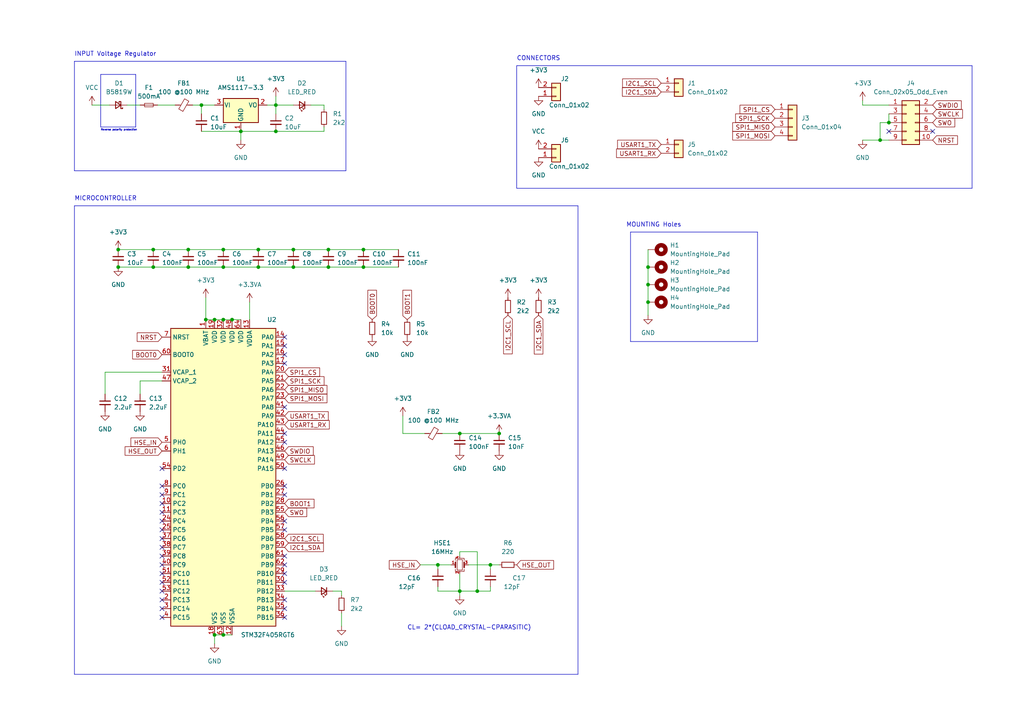
<source format=kicad_sch>
(kicad_sch (version 20230121) (generator eeschema)
  (paper "A4")
  (title_block (date "2022-05-06"))
  (lib_symbols
    (symbol "Connector_Generic:Conn_01x02" (pin_names (offset 1.016) hide)
      (property "Reference" "J" (at 0 2.54 0))
      (property "Value" "Conn_01x02" (at 0 -5.08 0))
      (symbol "Conn_01x02_1_1"
        (rectangle (start -1.27 -2.413) (end 0 -2.667) (stroke (width 0.1524)))
        (rectangle (start -1.27 0.127) (end 0 -0.127) (stroke (width 0.1524)))
        (rectangle (start -1.27 1.27) (end 1.27 -3.81) (stroke (width 0.254)) (fill (type background)))
        (pin passive line (at -5.08 0 0) (length 3.81) (name "Pin_1") (number "1"))
        (pin passive line (at -5.08 -2.54 0) (length 3.81) (name "Pin_2") (number "2"))
      )
    )
    (symbol "Connector_Generic:Conn_01x04" (pin_names (offset 1.016) hide)
      (property "Reference" "J" (at 0 5.08 0))
      (property "Value" "Conn_01x04" (at 0 -7.62 0))
      (symbol "Conn_01x04_1_1"
        (rectangle (start -1.27 -4.953) (end 0 -5.207) (stroke (width 0.1524)))
        (rectangle (start -1.27 -2.413) (end 0 -2.667) (stroke (width 0.1524)))
        (rectangle (start -1.27 0.127) (end 0 -0.127) (stroke (width 0.1524)))
        (rectangle (start -1.27 2.667) (end 0 2.413) (stroke (width 0.1524)))
        (rectangle (start -1.27 3.81) (end 1.27 -6.35) (stroke (width 0.254)) (fill (type background)))
        (pin passive line (at -5.08 2.54 0) (length 3.81) (name "Pin_1") (number "1"))
        (pin passive line (at -5.08 0 0) (length 3.81) (name "Pin_2") (number "2"))
        (pin passive line (at -5.08 -2.54 0) (length 3.81) (name "Pin_3") (number "3"))
        (pin passive line (at -5.08 -5.08 0) (length 3.81) (name "Pin_4") (number "4"))
      )
    )
    (symbol "Connector_Generic:Conn_02x05_Odd_Even" (pin_names (offset 1.016) hide)
      (property "Reference" "J" (at 1.27 7.62 0))
      (property "Value" "Conn_02x05_Odd_Even" (at 1.27 -7.62 0))
      (symbol "Conn_02x05_Odd_Even_1_1"
        (rectangle (start -1.27 -4.953) (end 0 -5.207) (stroke (width 0.1524)))
        (rectangle (start -1.27 -2.413) (end 0 -2.667) (stroke (width 0.1524)))
        (rectangle (start -1.27 0.127) (end 0 -0.127) (stroke (width 0.1524)))
        (rectangle (start -1.27 2.667) (end 0 2.413) (stroke (width 0.1524)))
        (rectangle (start -1.27 5.207) (end 0 4.953) (stroke (width 0.1524)))
        (rectangle (start -1.27 6.35) (end 3.81 -6.35) (stroke (width 0.254)) (fill (type background)))
        (rectangle (start 3.81 -4.953) (end 2.54 -5.207) (stroke (width 0.1524)))
        (rectangle (start 3.81 -2.413) (end 2.54 -2.667) (stroke (width 0.1524)))
        (rectangle (start 3.81 0.127) (end 2.54 -0.127) (stroke (width 0.1524)))
        (rectangle (start 3.81 2.667) (end 2.54 2.413) (stroke (width 0.1524)))
        (rectangle (start 3.81 5.207) (end 2.54 4.953) (stroke (width 0.1524)))
        (pin passive line (at -5.08 5.08 0) (length 3.81) (name "Pin_1") (number "1"))
        (pin passive line (at 7.62 -5.08 180) (length 3.81) (name "Pin_10") (number "10"))
        (pin passive line (at 7.62 5.08 180) (length 3.81) (name "Pin_2") (number "2"))
        (pin passive line (at -5.08 2.54 0) (length 3.81) (name "Pin_3") (number "3"))
        (pin passive line (at 7.62 2.54 180) (length 3.81) (name "Pin_4") (number "4"))
        (pin passive line (at -5.08 0 0) (length 3.81) (name "Pin_5") (number "5"))
        (pin passive line (at 7.62 0 180) (length 3.81) (name "Pin_6") (number "6"))
        (pin passive line (at -5.08 -2.54 0) (length 3.81) (name "Pin_7") (number "7"))
        (pin passive line (at 7.62 -2.54 180) (length 3.81) (name "Pin_8") (number "8"))
        (pin passive line (at -5.08 -5.08 0) (length 3.81) (name "Pin_9") (number "9"))
      )
    )
    (symbol "Device:C_Small" (pin_numbers hide) (pin_names (offset 0.254) hide)
      (property "Reference" "C" (at 0.254 1.778 0))
      (property "Value" "C_Small" (at 0.254 -2.032 0))
      (symbol "C_Small_0_1"
        (polyline (pts (xy -1.524 -0.508) (xy 1.524 -0.508)) (stroke (width 0.3302)))
        (polyline (pts (xy -1.524 0.508) (xy 1.524 0.508)) (stroke (width 0.3048)))
      )
      (symbol "C_Small_1_1"
        (pin passive line (at 0 2.54 270) (length 2.032) (name "~") (number "1"))
        (pin passive line (at 0 -2.54 90) (length 2.032) (name "~") (number "2"))
      )
    )
    (symbol "Device:Crystal_GND24_Small" (pin_names (offset 1.016) hide)
      (property "Reference" "Y" (at 1.27 4.445 0))
      (property "Value" "Crystal_GND24_Small" (at 1.27 2.54 0))
      (symbol "Crystal_GND24_Small_0_1"
        (rectangle (start -0.762 -1.524) (end 0.762 1.524))
        (polyline (pts (xy -1.27 -0.762) (xy -1.27 0.762)) (stroke (width 0.381)))
        (polyline (pts (xy 1.27 -0.762) (xy 1.27 0.762)) (stroke (width 0.381)))
        (polyline (pts (xy -1.27 -1.27) (xy -1.27 -1.905) (xy 1.27 -1.905) (xy 1.27 -1.27)))
        (polyline (pts (xy -1.27 1.27) (xy -1.27 1.905) (xy 1.27 1.905) (xy 1.27 1.27)))
      )
      (symbol "Crystal_GND24_Small_1_1"
        (pin passive line (at -2.54 0 0) (length 1.27) (name "1") (number "1"))
        (pin passive line (at 0 -2.54 90) (length 0.635) (name "2") (number "2"))
        (pin passive line (at 2.54 0 180) (length 1.27) (name "3") (number "3"))
        (pin passive line (at 0 2.54 270) (length 0.635) (name "4") (number "4"))
      )
    )
    (symbol "Device:D_Schottky_Small" (pin_numbers hide) (pin_names (offset 0.254) hide)
      (property "Reference" "D" (at -1.27 2.032 0))
      (property "Value" "D_Schottky_Small" (at -7.112 -2.032 0))
      (symbol "D_Schottky_Small_0_1"
        (polyline (pts (xy -0.762 0) (xy 0.762 0)))
        (polyline (pts (xy 0.762 -1.016) (xy -0.762 0) (xy 0.762 1.016) (xy 0.762 -1.016)) (stroke (width 0.254)))
        (polyline (pts (xy -1.27 0.762) (xy -1.27 1.016) (xy -0.762 1.016) (xy -0.762 -1.016) (xy -0.254 -1.016) (xy -0.254 -0.762)) (stroke (width 0.254)))
      )
      (symbol "D_Schottky_Small_1_1"
        (pin passive line (at -2.54 0 0) (length 1.778) (name "K") (number "1"))
        (pin passive line (at 2.54 0 180) (length 1.778) (name "A") (number "2"))
      )
    )
    (symbol "Device:FerriteBead_Small" (pin_numbers hide) (pin_names (offset 0))
      (property "Reference" "FB" (at 1.905 1.27 0))
      (property "Value" "FerriteBead_Small" (at 1.905 -1.27 0))
      (symbol "FerriteBead_Small_0_1"
        (polyline (pts (xy 0 -1.27) (xy 0 -0.7874)))
        (polyline (pts (xy 0 0.889) (xy 0 1.2954)))
        (polyline (pts (xy -1.8288 0.2794) (xy -1.1176 1.4986) (xy 1.8288 -0.2032) (xy 1.1176 -1.4224) (xy -1.8288 0.2794)))
      )
      (symbol "FerriteBead_Small_1_1"
        (pin passive line (at 0 2.54 270) (length 1.27) (name "~") (number "1"))
        (pin passive line (at 0 -2.54 90) (length 1.27) (name "~") (number "2"))
      )
    )
    (symbol "Device:Fuse_Small" (pin_numbers hide) (pin_names (offset 0.254) hide)
      (property "Reference" "F" (at 0 -1.524 0))
      (property "Value" "Fuse_Small" (at 0 1.524 0))
      (symbol "Fuse_Small_0_1"
        (rectangle (start -1.27 0.508) (end 1.27 -0.508))
        (polyline (pts (xy -1.27 0) (xy 1.27 0)))
      )
      (symbol "Fuse_Small_1_1"
        (pin passive line (at -2.54 0 0) (length 1.27) (name "~") (number "1"))
        (pin passive line (at 2.54 0 180) (length 1.27) (name "~") (number "2"))
      )
    )
    (symbol "Device:LED_Small" (pin_numbers hide) (pin_names (offset 0.254) hide)
      (property "Reference" "D" (at -1.27 3.175 0))
      (property "Value" "LED_Small" (at -4.445 -2.54 0))
      (symbol "LED_Small_0_1"
        (polyline (pts (xy -0.762 -1.016) (xy -0.762 1.016)) (stroke (width 0.254)))
        (polyline (pts (xy 1.016 0) (xy -0.762 0)))
        (polyline (pts (xy 0.762 -1.016) (xy -0.762 0) (xy 0.762 1.016) (xy 0.762 -1.016)) (stroke (width 0.254)))
        (polyline (pts (xy 0 0.762) (xy -0.508 1.27) (xy -0.254 1.27) (xy -0.508 1.27) (xy -0.508 1.016)))
        (polyline (pts (xy 0.508 1.27) (xy 0 1.778) (xy 0.254 1.778) (xy 0 1.778) (xy 0 1.524)))
      )
      (symbol "LED_Small_1_1"
        (pin passive line (at -2.54 0 0) (length 1.778) (name "K") (number "1"))
        (pin passive line (at 2.54 0 180) (length 1.778) (name "A") (number "2"))
      )
    )
    (symbol "Device:R_Small" (pin_numbers hide) (pin_names (offset 0.254) hide)
      (property "Reference" "R" (at 0.762 0.508 0))
      (property "Value" "R_Small" (at 0.762 -1.016 0))
      (symbol "R_Small_0_1"
        (rectangle (start -0.762 1.778) (end 0.762 -1.778) (stroke (width 0.2032)))
      )
      (symbol "R_Small_1_1"
        (pin passive line (at 0 2.54 270) (length 0.762) (name "~") (number "1"))
        (pin passive line (at 0 -2.54 90) (length 0.762) (name "~") (number "2"))
      )
    )
    (symbol "MCU_ST_STM32F4:STM32F405RGTx"
      (property "Reference" "U" (at -15.24 44.45 0))
      (property "Value" "STM32F405RGTx" (at 10.16 44.45 0))
      (symbol "STM32F405RGTx_0_1"
        (rectangle (start -15.24 -43.18) (end 15.24 43.18) (stroke (width 0.254)) (fill (type background)))
      )
      (symbol "STM32F405RGTx_1_1"
        (pin power_in line (at -5.08 45.72 270) (length 2.54) (name "VBAT") (number "1"))
        (pin bidirectional line (at -17.78 -7.62 0) (length 2.54) (name "PC2") (number "10"))
        (pin bidirectional line (at -17.78 -10.16 0) (length 2.54) (name "PC3") (number "11"))
        (pin power_in line (at 2.54 -45.72 90) (length 2.54) (name "VSSA") (number "12"))
        (pin power_in line (at 7.62 45.72 270) (length 2.54) (name "VDDA") (number "13"))
        (pin bidirectional line (at 17.78 40.64 180) (length 2.54) (name "PA0") (number "14"))
        (pin bidirectional line (at 17.78 38.1 180) (length 2.54) (name "PA1") (number "15"))
        (pin bidirectional line (at 17.78 35.56 180) (length 2.54) (name "PA2") (number "16"))
        (pin bidirectional line (at 17.78 33.02 180) (length 2.54) (name "PA3") (number "17"))
        (pin power_in line (at -2.54 -45.72 90) (length 2.54) (name "VSS") (number "18"))
        (pin power_in line (at -2.54 45.72 270) (length 2.54) (name "VDD") (number "19"))
        (pin bidirectional line (at -17.78 -35.56 0) (length 2.54) (name "PC13") (number "2"))
        (pin bidirectional line (at 17.78 30.48 180) (length 2.54) (name "PA4") (number "20"))
        (pin bidirectional line (at 17.78 27.94 180) (length 2.54) (name "PA5") (number "21"))
        (pin bidirectional line (at 17.78 25.4 180) (length 2.54) (name "PA6") (number "22"))
        (pin bidirectional line (at 17.78 22.86 180) (length 2.54) (name "PA7") (number "23"))
        (pin bidirectional line (at -17.78 -12.7 0) (length 2.54) (name "PC4") (number "24"))
        (pin bidirectional line (at -17.78 -15.24 0) (length 2.54) (name "PC5") (number "25"))
        (pin bidirectional line (at 17.78 -2.54 180) (length 2.54) (name "PB0") (number "26"))
        (pin bidirectional line (at 17.78 -5.08 180) (length 2.54) (name "PB1") (number "27"))
        (pin bidirectional line (at 17.78 -7.62 180) (length 2.54) (name "PB2") (number "28"))
        (pin bidirectional line (at 17.78 -27.94 180) (length 2.54) (name "PB10") (number "29"))
        (pin bidirectional line (at -17.78 -38.1 0) (length 2.54) (name "PC14") (number "3"))
        (pin bidirectional line (at 17.78 -30.48 180) (length 2.54) (name "PB11") (number "30"))
        (pin power_in line (at -17.78 30.48 0) (length 2.54) (name "VCAP_1") (number "31"))
        (pin power_in line (at 0 45.72 270) (length 2.54) (name "VDD") (number "32"))
        (pin bidirectional line (at 17.78 -33.02 180) (length 2.54) (name "PB12") (number "33"))
        (pin bidirectional line (at 17.78 -35.56 180) (length 2.54) (name "PB13") (number "34"))
        (pin bidirectional line (at 17.78 -38.1 180) (length 2.54) (name "PB14") (number "35"))
        (pin bidirectional line (at 17.78 -40.64 180) (length 2.54) (name "PB15") (number "36"))
        (pin bidirectional line (at -17.78 -17.78 0) (length 2.54) (name "PC6") (number "37"))
        (pin bidirectional line (at -17.78 -20.32 0) (length 2.54) (name "PC7") (number "38"))
        (pin bidirectional line (at -17.78 -22.86 0) (length 2.54) (name "PC8") (number "39"))
        (pin bidirectional line (at -17.78 -40.64 0) (length 2.54) (name "PC15") (number "4"))
        (pin bidirectional line (at -17.78 -25.4 0) (length 2.54) (name "PC9") (number "40"))
        (pin bidirectional line (at 17.78 20.32 180) (length 2.54) (name "PA8") (number "41"))
        (pin bidirectional line (at 17.78 17.78 180) (length 2.54) (name "PA9") (number "42"))
        (pin bidirectional line (at 17.78 15.24 180) (length 2.54) (name "PA10") (number "43"))
        (pin bidirectional line (at 17.78 12.7 180) (length 2.54) (name "PA11") (number "44"))
        (pin bidirectional line (at 17.78 10.16 180) (length 2.54) (name "PA12") (number "45"))
        (pin bidirectional line (at 17.78 7.62 180) (length 2.54) (name "PA13") (number "46"))
        (pin power_in line (at -17.78 27.94 0) (length 2.54) (name "VCAP_2") (number "47"))
        (pin power_in line (at 2.54 45.72 270) (length 2.54) (name "VDD") (number "48"))
        (pin bidirectional line (at 17.78 5.08 180) (length 2.54) (name "PA14") (number "49"))
        (pin input line (at -17.78 10.16 0) (length 2.54) (name "PH0") (number "5"))
        (pin bidirectional line (at 17.78 2.54 180) (length 2.54) (name "PA15") (number "50"))
        (pin bidirectional line (at -17.78 -27.94 0) (length 2.54) (name "PC10") (number "51"))
        (pin bidirectional line (at -17.78 -30.48 0) (length 2.54) (name "PC11") (number "52"))
        (pin bidirectional line (at -17.78 -33.02 0) (length 2.54) (name "PC12") (number "53"))
        (pin bidirectional line (at -17.78 2.54 0) (length 2.54) (name "PD2") (number "54"))
        (pin bidirectional line (at 17.78 -10.16 180) (length 2.54) (name "PB3") (number "55"))
        (pin bidirectional line (at 17.78 -12.7 180) (length 2.54) (name "PB4") (number "56"))
        (pin bidirectional line (at 17.78 -15.24 180) (length 2.54) (name "PB5") (number "57"))
        (pin bidirectional line (at 17.78 -17.78 180) (length 2.54) (name "PB6") (number "58"))
        (pin bidirectional line (at 17.78 -20.32 180) (length 2.54) (name "PB7") (number "59"))
        (pin input line (at -17.78 7.62 0) (length 2.54) (name "PH1") (number "6"))
        (pin input line (at -17.78 35.56 0) (length 2.54) (name "BOOT0") (number "60"))
        (pin bidirectional line (at 17.78 -22.86 180) (length 2.54) (name "PB8") (number "61"))
        (pin bidirectional line (at 17.78 -25.4 180) (length 2.54) (name "PB9") (number "62"))
        (pin power_in line (at 0 -45.72 90) (length 2.54) (name "VSS") (number "63"))
        (pin power_in line (at 5.08 45.72 270) (length 2.54) (name "VDD") (number "64"))
        (pin input line (at -17.78 40.64 0) (length 2.54) (name "NRST") (number "7"))
        (pin bidirectional line (at -17.78 -2.54 0) (length 2.54) (name "PC0") (number "8"))
        (pin bidirectional line (at -17.78 -5.08 0) (length 2.54) (name "PC1") (number "9"))
      )
    )
    (symbol "Mechanical:MountingHole_Pad" (pin_numbers hide) (pin_names (offset 1.016) hide)
      (property "Reference" "H" (at 0 6.35 0))
      (property "Value" "MountingHole_Pad" (at 0 4.445 0))
      (symbol "MountingHole_Pad_0_1"
        (circle (center 0 1.27) (radius 1.27) (stroke (width 1.27)))
      )
      (symbol "MountingHole_Pad_1_1"
        (pin input line (at 0 -2.54 90) (length 2.54) (name "1") (number "1"))
      )
    )
    (symbol "Regulator_Linear:AMS1117-3.3" (pin_names (offset 0.254))
      (property "Reference" "U" (at -3.81 3.175 0))
      (property "Value" "AMS1117-3.3" (at 0 3.175 0))
      (symbol "AMS1117-3.3_0_1"
        (rectangle (start -5.08 -5.08) (end 5.08 1.905) (stroke (width 0.254)) (fill (type background)))
      )
      (symbol "AMS1117-3.3_1_1"
        (pin power_in line (at 0 -7.62 90) (length 2.54) (name "GND") (number "1"))
        (pin power_out line (at 7.62 0 180) (length 2.54) (name "VO") (number "2"))
        (pin power_in line (at -7.62 0 0) (length 2.54) (name "VI") (number "3"))
      )
    )
    (symbol "power:+3.3V" (power) (pin_names (offset 0))
      (property "Value" "+3.3V" (at 0 3.556 0))
      (symbol "+3.3V_0_1"
        (polyline (pts (xy -0.762 1.27) (xy 0 2.54)))
        (polyline (pts (xy 0 0) (xy 0 2.54)))
        (polyline (pts (xy 0 2.54) (xy 0.762 1.27)))
      )
      (symbol "+3.3V_1_1"
        (pin power_in line (at 0 0 90) (length 0) hide (name "+3V3") (number "1"))
      )
    )
    (symbol "power:+3.3VA" (power) (pin_names (offset 0))
      (property "Value" "+3.3VA" (at 0 3.556 0))
      (symbol "+3.3VA_0_1"
        (polyline (pts (xy -0.762 1.27) (xy 0 2.54)))
        (polyline (pts (xy 0 0) (xy 0 2.54)))
        (polyline (pts (xy 0 2.54) (xy 0.762 1.27)))
      )
      (symbol "+3.3VA_1_1"
        (pin power_in line (at 0 0 90) (length 0) hide (name "+3.3VA") (number "1"))
      )
    )
    (symbol "power:GND" (power) (pin_names (offset 0))
      (property "Value" "GND" (at 0 -3.81 0))
      (symbol "GND_0_1"
        (polyline (pts (xy 0 0) (xy 0 -1.27) (xy 1.27 -1.27) (xy 0 -2.54) (xy -1.27 -1.27) (xy 0 -1.27)))
      )
      (symbol "GND_1_1"
        (pin power_in line (at 0 0 270) (length 0) hide (name "GND") (number "1"))
      )
    )
    (symbol "power:VCC" (power) (pin_names (offset 0))
      (property "Value" "VCC" (at 0 3.81 0))
      (symbol "VCC_0_1"
        (polyline (pts (xy -0.762 1.27) (xy 0 2.54)))
        (polyline (pts (xy 0 0) (xy 0 2.54)))
        (polyline (pts (xy 0 2.54) (xy 0.762 1.27)))
      )
      (symbol "VCC_1_1"
        (pin power_in line (at 0 0 90) (length 0) hide (name "VCC") (number "1"))
      )
    )
  )
  (junction (at 54.61 77.47))
  (junction (at 80.01 38.1))
  (junction (at 62.23 92.71))
  (junction (at 105.41 77.47))
  (junction (at 34.29 77.47))
  (junction (at 95.25 72.39))
  (junction (at 74.93 77.47))
  (junction (at 95.25 77.47))
  (junction (at 133.35 171.45))
  (junction (at 127 163.83))
  (junction (at 69.85 38.1))
  (junction (at 54.61 72.39))
  (junction (at 138.43 171.45))
  (junction (at 64.77 92.71))
  (junction (at 44.45 72.39))
  (junction (at 255.27 40.64))
  (junction (at 74.93 72.39))
  (junction (at 187.96 82.55))
  (junction (at 105.41 72.39))
  (junction (at 62.23 184.15))
  (junction (at 257.81 35.56))
  (junction (at 133.35 125.73))
  (junction (at 64.77 72.39))
  (junction (at 59.69 92.71))
  (junction (at 64.77 77.47))
  (junction (at 67.31 92.71))
  (junction (at 142.24 163.83))
  (junction (at 187.96 77.47))
  (junction (at 58.42 30.48))
  (junction (at 85.09 72.39))
  (junction (at 34.29 72.39))
  (junction (at 44.45 77.47))
  (junction (at 64.77 184.15))
  (junction (at 187.96 87.63))
  (junction (at 85.09 77.47))
  (junction (at 144.78 125.73))
  (junction (at 80.01 30.48))
  (no_connect (at 82.55 179.07))
  (no_connect (at 82.55 176.53))
  (no_connect (at 82.55 168.91))
  (no_connect (at 82.55 173.99))
  (no_connect (at 82.55 163.83))
  (no_connect (at 82.55 161.29))
  (no_connect (at 82.55 166.37))
  (no_connect (at 82.55 143.51))
  (no_connect (at 82.55 135.89))
  (no_connect (at 82.55 140.97))
  (no_connect (at 82.55 153.67))
  (no_connect (at 82.55 151.13))
  (no_connect (at 82.55 125.73))
  (no_connect (at 82.55 128.27))
  (no_connect (at 82.55 118.11))
  (no_connect (at 82.55 105.41))
  (no_connect (at 82.55 100.33))
  (no_connect (at 82.55 102.87))
  (no_connect (at 82.55 97.79))
  (no_connect (at 46.99 176.53))
  (no_connect (at 46.99 179.07))
  (no_connect (at 46.99 171.45))
  (no_connect (at 46.99 173.99))
  (no_connect (at 46.99 161.29))
  (no_connect (at 46.99 166.37))
  (no_connect (at 46.99 168.91))
  (no_connect (at 46.99 163.83))
  (no_connect (at 46.99 158.75))
  (no_connect (at 46.99 153.67))
  (no_connect (at 46.99 148.59))
  (no_connect (at 46.99 151.13))
  (no_connect (at 46.99 156.21))
  (no_connect (at 46.99 135.89))
  (no_connect (at 46.99 146.05))
  (no_connect (at 46.99 143.51))
  (no_connect (at 46.99 140.97))
  (no_connect (at 257.81 38.1))
  (no_connect (at 270.51 38.1))
  (wire (pts (xy 40.64 110.49) (xy 40.64 114.3)))
  (wire (pts (xy 58.42 38.1) (xy 69.85 38.1)))
  (polyline (pts (xy 182.88 67.31) (xy 182.88 99.06)))
  (polyline (pts (xy 29.21 21.59) (xy 29.21 36.83)))
  (wire (pts (xy 138.43 171.45) (xy 142.24 171.45)))
  (wire (pts (xy 121.92 163.83) (xy 127 163.83)))
  (polyline (pts (xy 281.94 19.05) (xy 281.94 54.61)))
  (wire (pts (xy 257.81 35.56) (xy 255.27 35.56)))
  (wire (pts (xy 250.19 40.64) (xy 255.27 40.64)))
  (wire (pts (xy 142.24 165.1) (xy 142.24 163.83)))
  (wire (pts (xy 26.67 30.48) (xy 31.75 30.48)))
  (wire (pts (xy 99.06 171.45) (xy 99.06 172.72)))
  (wire (pts (xy 187.96 77.47) (xy 187.96 72.39)))
  (wire (pts (xy 80.01 27.94) (xy 80.01 30.48)))
  (wire (pts (xy 69.85 40.64) (xy 69.85 38.1)))
  (wire (pts (xy 85.09 30.48) (xy 80.01 30.48)))
  (wire (pts (xy 93.98 30.48) (xy 93.98 31.75)))
  (wire (pts (xy 74.93 72.39) (xy 85.09 72.39)))
  (wire (pts (xy 123.19 125.73) (xy 116.84 125.73)))
  (wire (pts (xy 133.35 172.72) (xy 133.35 171.45)))
  (polyline (pts (xy 281.94 54.61) (xy 149.86 54.61)))
  (wire (pts (xy 58.42 30.48) (xy 62.23 30.48)))
  (wire (pts (xy 187.96 91.44) (xy 187.96 87.63)))
  (wire (pts (xy 257.81 33.02) (xy 257.81 35.56)))
  (wire (pts (xy 127 170.18) (xy 127 171.45)))
  (wire (pts (xy 64.77 184.15) (xy 67.31 184.15)))
  (wire (pts (xy 77.47 30.48) (xy 80.01 30.48)))
  (wire (pts (xy 64.77 72.39) (xy 74.93 72.39)))
  (wire (pts (xy 133.35 161.29) (xy 133.35 160.02)))
  (polyline (pts (xy 21.59 59.69) (xy 21.59 195.58)))
  (wire (pts (xy 54.61 72.39) (xy 64.77 72.39)))
  (wire (pts (xy 127 171.45) (xy 133.35 171.45)))
  (wire (pts (xy 96.52 171.45) (xy 99.06 171.45)))
  (wire (pts (xy 58.42 33.02) (xy 58.42 30.48)))
  (wire (pts (xy 54.61 77.47) (xy 64.77 77.47)))
  (wire (pts (xy 250.19 30.48) (xy 257.81 30.48)))
  (wire (pts (xy 128.27 125.73) (xy 133.35 125.73)))
  (wire (pts (xy 80.01 38.1) (xy 69.85 38.1)))
  (wire (pts (xy 187.96 87.63) (xy 187.96 82.55)))
  (wire (pts (xy 255.27 40.64) (xy 257.81 40.64)))
  (wire (pts (xy 93.98 38.1) (xy 93.98 36.83)))
  (polyline (pts (xy 167.64 59.69) (xy 21.59 59.69)))
  (wire (pts (xy 69.85 92.71) (xy 67.31 92.71)))
  (wire (pts (xy 62.23 184.15) (xy 62.23 186.69)))
  (polyline (pts (xy 167.64 195.58) (xy 167.64 59.69)))
  (wire (pts (xy 85.09 77.47) (xy 95.25 77.47)))
  (wire (pts (xy 67.31 92.71) (xy 64.77 92.71)))
  (polyline (pts (xy 100.33 17.78) (xy 100.33 49.53)))
  (wire (pts (xy 142.24 171.45) (xy 142.24 170.18)))
  (polyline (pts (xy 29.21 21.59) (xy 39.37 21.59)))
  (wire (pts (xy 74.93 77.47) (xy 85.09 77.47)))
  (wire (pts (xy 187.96 82.55) (xy 187.96 77.47)))
  (wire (pts (xy 127 165.1) (xy 127 163.83)))
  (wire (pts (xy 55.88 30.48) (xy 58.42 30.48)))
  (polyline (pts (xy 149.86 19.05) (xy 281.94 19.05)))
  (wire (pts (xy 142.24 163.83) (xy 144.78 163.83)))
  (wire (pts (xy 105.41 72.39) (xy 115.57 72.39)))
  (polyline (pts (xy 21.59 17.78) (xy 100.33 17.78)))
  (wire (pts (xy 127 163.83) (xy 130.81 163.83)))
  (wire (pts (xy 46.99 107.95) (xy 30.48 107.95)))
  (polyline (pts (xy 219.71 99.06) (xy 182.88 99.06)))
  (wire (pts (xy 138.43 160.02) (xy 138.43 171.45)))
  (wire (pts (xy 105.41 77.47) (xy 115.57 77.47)))
  (wire (pts (xy 85.09 72.39) (xy 95.25 72.39)))
  (polyline (pts (xy 39.37 21.59) (xy 39.37 36.83)))
  (wire (pts (xy 62.23 92.71) (xy 59.69 92.71)))
  (wire (pts (xy 250.19 29.21) (xy 250.19 30.48)))
  (wire (pts (xy 64.77 92.71) (xy 62.23 92.71)))
  (wire (pts (xy 34.29 72.39) (xy 44.45 72.39)))
  (wire (pts (xy 95.25 72.39) (xy 105.41 72.39)))
  (wire (pts (xy 82.55 171.45) (xy 91.44 171.45)))
  (wire (pts (xy 46.99 110.49) (xy 40.64 110.49)))
  (wire (pts (xy 44.45 77.47) (xy 54.61 77.47)))
  (wire (pts (xy 133.35 160.02) (xy 138.43 160.02)))
  (wire (pts (xy 64.77 77.47) (xy 74.93 77.47)))
  (polyline (pts (xy 21.59 49.53) (xy 21.59 17.78)))
  (wire (pts (xy 62.23 184.15) (xy 64.77 184.15)))
  (polyline (pts (xy 182.88 67.31) (xy 219.71 67.31)))
  (wire (pts (xy 116.84 120.65) (xy 116.84 125.73)))
  (wire (pts (xy 34.29 77.47) (xy 44.45 77.47)))
  (wire (pts (xy 45.72 30.48) (xy 50.8 30.48)))
  (wire (pts (xy 30.48 107.95) (xy 30.48 114.3)))
  (polyline (pts (xy 100.33 49.53) (xy 21.59 49.53)))
  (polyline (pts (xy 21.59 195.58) (xy 167.64 195.58)))
  (wire (pts (xy 95.25 77.47) (xy 105.41 77.47)))
  (polyline (pts (xy 219.71 67.31) (xy 219.71 99.06)))
  (wire (pts (xy 44.45 72.39) (xy 54.61 72.39)))
  (wire (pts (xy 80.01 38.1) (xy 93.98 38.1)))
  (wire (pts (xy 133.35 125.73) (xy 144.78 125.73)))
  (polyline (pts (xy 39.37 36.83) (xy 29.21 36.83)))
  (wire (pts (xy 90.17 30.48) (xy 93.98 30.48)))
  (wire (pts (xy 133.35 166.37) (xy 133.35 171.45)))
  (wire (pts (xy 99.06 177.8) (xy 99.06 181.61)))
  (wire (pts (xy 133.35 171.45) (xy 138.43 171.45)))
  (polyline (pts (xy 149.86 19.05) (xy 149.86 54.61)))
  (wire (pts (xy 255.27 35.56) (xy 255.27 40.64)))
  (wire (pts (xy 72.39 87.63) (xy 72.39 92.71)))
  (wire (pts (xy 135.89 163.83) (xy 142.24 163.83)))
  (wire (pts (xy 59.69 86.36) (xy 59.69 92.71)))
  (wire (pts (xy 80.01 30.48) (xy 80.01 33.02)))
  (wire (pts (xy 36.83 30.48) (xy 40.64 30.48)))
  (text "INPUT Voltage Regulator" (at 21.59 16.51 0) (effects (font (size 1.27 1.27)) (justify left bottom)))
  (text "CL= 2*(CLOAD_CRYSTAL-CPARASITIC)\n" (at 118.11 182.88 0) (effects (font (size 1.27 1.27)) (justify left bottom)))
  (text "CONNECTORS" (at 149.86 17.78 0) (effects (font (size 1.27 1.27)) (justify left bottom)))
  (text "MOUNTING Holes\n" (at 181.61 66.04 0) (effects (font (size 1.27 1.27)) (justify left bottom)))
  (text "Reverse polarity protection" (at 29.21 38.1 0) (effects (font (size 0.508 0.508)) (justify left bottom)))
  (text "MICROCONTROLLER\n" (at 21.59 58.42 0) (effects (font (size 1.27 1.27)) (justify left bottom)))
  (global_label "I2C1_SCL" (shape input) (at 147.32 91.44 270) (property "Intersheetrefs" "${INTERSHEET_REFS}" (effects hide)))
  (global_label "SWDIO" (shape input) (at 270.51 30.48 0) (property "Intersheetrefs" "${INTERSHEET_REFS}" (effects hide)))
  (global_label "SWDIO" (shape input) (at 82.55 130.81 0) (property "Intersheetrefs" "${INTERSHEET_REFS}" (effects hide)))
  (global_label "SWO" (shape input) (at 270.51 35.56 0) (property "Intersheetrefs" "${INTERSHEET_REFS}" (effects hide)))
  (global_label "SPI1_MOSI" (shape input) (at 82.55 115.57 0) (property "Intersheetrefs" "${INTERSHEET_REFS}" (effects hide)))
  (global_label "BOOT1" (shape input) (at 82.55 146.05 0) (property "Intersheetrefs" "${INTERSHEET_REFS}" (effects hide)))
  (global_label "I2C1_SDA" (shape input) (at 191.77 26.67 180) (property "Intersheetrefs" "${INTERSHEET_REFS}" (effects hide)))
  (global_label "USART1_TX" (shape input) (at 82.55 120.65 0) (property "Intersheetrefs" "${INTERSHEET_REFS}" (effects hide)))
  (global_label "I2C1_SDA" (shape input) (at 156.21 91.44 270) (property "Intersheetrefs" "${INTERSHEET_REFS}" (effects hide)))
  (global_label "I2C1_SCL" (shape input) (at 82.55 156.21 0) (property "Intersheetrefs" "${INTERSHEET_REFS}" (effects hide)))
  (global_label "HSE_OUT" (shape input) (at 46.99 130.81 180) (property "Intersheetrefs" "${INTERSHEET_REFS}" (effects hide)))
  (global_label "USART1_RX" (shape input) (at 82.55 123.19 0) (property "Intersheetrefs" "${INTERSHEET_REFS}" (effects hide)))
  (global_label "SPI1_MISO" (shape input) (at 82.55 113.03 0) (property "Intersheetrefs" "${INTERSHEET_REFS}" (effects hide)))
  (global_label "USART1_TX" (shape input) (at 191.77 41.91 180) (property "Intersheetrefs" "${INTERSHEET_REFS}" (effects hide)))
  (global_label "BOOT0" (shape input) (at 107.95 92.71 90) (property "Intersheetrefs" "${INTERSHEET_REFS}" (effects hide)))
  (global_label "I2C1_SCL" (shape input) (at 191.77 24.13 180) (property "Intersheetrefs" "${INTERSHEET_REFS}" (effects hide)))
  (global_label "SWO" (shape input) (at 82.55 148.59 0) (property "Intersheetrefs" "${INTERSHEET_REFS}" (effects hide)))
  (global_label "HSE_IN" (shape input) (at 46.99 128.27 180) (property "Intersheetrefs" "${INTERSHEET_REFS}" (effects hide)))
  (global_label "USART1_RX" (shape input) (at 191.77 44.45 180) (property "Intersheetrefs" "${INTERSHEET_REFS}" (effects hide)))
  (global_label "SPI1_SCK" (shape input) (at 82.55 110.49 0) (property "Intersheetrefs" "${INTERSHEET_REFS}" (effects hide)))
  (global_label "SPI1_CS" (shape input) (at 82.55 107.95 0) (property "Intersheetrefs" "${INTERSHEET_REFS}" (effects hide)))
  (global_label "SPI1_MOSI" (shape input) (at 224.79 39.37 180) (property "Intersheetrefs" "${INTERSHEET_REFS}" (effects hide)))
  (global_label "HSE_OUT" (shape input) (at 149.86 163.83 0) (property "Intersheetrefs" "${INTERSHEET_REFS}" (effects hide)))
  (global_label "SPI1_MISO" (shape input) (at 224.79 36.83 180) (property "Intersheetrefs" "${INTERSHEET_REFS}" (effects hide)))
  (global_label "SPI1_CS" (shape input) (at 224.79 31.75 180) (property "Intersheetrefs" "${INTERSHEET_REFS}" (effects hide)))
  (global_label "SPI1_SCK" (shape input) (at 224.79 34.29 180) (property "Intersheetrefs" "${INTERSHEET_REFS}" (effects hide)))
  (global_label "BOOT0" (shape input) (at 46.99 102.87 180) (property "Intersheetrefs" "${INTERSHEET_REFS}" (effects hide)))
  (global_label "BOOT1" (shape input) (at 118.11 92.71 90) (property "Intersheetrefs" "${INTERSHEET_REFS}" (effects hide)))
  (global_label "HSE_IN" (shape input) (at 121.92 163.83 180) (property "Intersheetrefs" "${INTERSHEET_REFS}" (effects hide)))
  (global_label "I2C1_SDA" (shape input) (at 82.55 158.75 0) (property "Intersheetrefs" "${INTERSHEET_REFS}" (effects hide)))
  (global_label "SWCLK" (shape input) (at 82.55 133.35 0) (property "Intersheetrefs" "${INTERSHEET_REFS}" (effects hide)))
  (global_label "NRST" (shape input) (at 270.51 40.64 0) (property "Intersheetrefs" "${INTERSHEET_REFS}" (effects hide)))
  (global_label "NRST" (shape input) (at 46.99 97.79 180) (property "Intersheetrefs" "${INTERSHEET_REFS}" (effects hide)))
  (global_label "SWCLK" (shape input) (at 270.51 33.02 0) (property "Intersheetrefs" "${INTERSHEET_REFS}" (effects hide)))
  (symbol (lib_id "power:VCC") (at 156.21 43.18 0) (unit 1)
    (property "Reference" "#PWR08" (effects hide))
    (property "Value" "VCC" (at 156.21 38.1 0))
  )
  (symbol (lib_id "power:GND") (at 133.35 172.72 0) (unit 1)
    (property "Reference" "#PWR025" (effects hide))
    (property "Value" "GND" (at 133.35 177.8 0))
  )
  (symbol (lib_id "Device:LED_Small") (at 93.98 171.45 180) (unit 1)
    (property "Reference" "D3" (at 93.9165 165.1 0))
    (property "Value" "LED_RED" (at 93.9165 167.64 0))
    (property "Footprint" "LED_SMD:LED_0201_0603Metric" (effects hide))
  )
  (symbol (lib_id "Device:C_Small") (at 64.77 74.93 0) (unit 1)
    (property "Reference" "C6" (at 67.31 73.6662 0) (effects (justify left)))
    (property "Value" "100nF" (at 67.31 76.2062 0) (effects (justify left)))
    (property "Footprint" "Capacitor_SMD:C_0402_1005Metric" (effects hide))
  )
  (symbol (lib_id "Device:R_Small") (at 147.32 163.83 270) (unit 1)
    (property "Reference" "R6" (at 147.32 157.48 90))
    (property "Value" "220" (at 147.32 160.02 90))
    (property "Footprint" "Resistor_SMD:R_0402_1005Metric" (effects hide))
  )
  (symbol (lib_id "power:GND") (at 40.64 119.38 0) (unit 1)
    (property "Reference" "#PWR020" (effects hide))
    (property "Value" "GND" (at 40.64 124.46 0))
  )
  (symbol (lib_id "Device:R_Small") (at 99.06 175.26 0) (unit 1)
    (property "Reference" "R7" (at 101.6 173.9899 0) (effects (justify left)))
    (property "Value" "2k2" (at 101.6 176.53 0) (effects (justify left)))
    (property "Footprint" "Resistor_SMD:R_0603_1608Metric" (effects hide))
  )
  (symbol (lib_id "Device:C_Small") (at 58.42 35.56 0) (unit 1)
    (property "Reference" "C1" (at 60.96 34.2962 0) (effects (justify left)))
    (property "Value" "10uF" (at 60.96 36.8362 0) (effects (justify left)))
    (property "Footprint" "Capacitor_SMD:C_0805_2012Metric" (effects hide))
  )
  (symbol (lib_id "power:GND") (at 156.21 27.94 0) (unit 1)
    (property "Reference" "#PWR03" (effects hide))
    (property "Value" "GND" (at 156.21 33.02 0))
  )
  (symbol (lib_id "Mechanical:MountingHole_Pad") (at 190.5 77.47 270) (unit 1)
    (property "Reference" "H2" (at 194.31 76.1999 90) (effects (justify left)))
    (property "Value" "MountingHole_Pad" (at 194.31 78.7399 90) (effects (justify left)))
    (property "Footprint" "MountingHole:MountingHole_4.3mm_M4_Pad_Via" (effects hide))
  )
  (symbol (lib_id "Device:C_Small") (at 40.64 116.84 0) (unit 1)
    (property "Reference" "C13" (at 43.18 115.5762 0) (effects (justify left)))
    (property "Value" "2.2uF" (at 43.18 118.1162 0) (effects (justify left)))
    (property "Footprint" "Capacitor_SMD:C_0603_1608Metric" (effects hide))
  )
  (symbol (lib_id "Device:R_Small") (at 147.32 88.9 0) (unit 1)
    (property "Reference" "R2" (at 149.86 87.6299 0) (effects (justify left)))
    (property "Value" "2k2" (at 149.86 90.17 0) (effects (justify left)))
    (property "Footprint" "Resistor_SMD:R_0402_1005Metric" (effects hide))
  )
  (symbol (lib_id "Device:R_Small") (at 156.21 88.9 0) (unit 1)
    (property "Reference" "R3" (at 158.75 87.6299 0) (effects (justify left)))
    (property "Value" "2k2" (at 158.75 90.17 0) (effects (justify left)))
    (property "Footprint" "Resistor_SMD:R_0402_1005Metric" (effects hide))
  )
  (symbol (lib_id "Connector_Generic:Conn_02x05_Odd_Even") (at 262.89 35.56 0) (unit 1)
    (property "Reference" "J4" (at 264.16 24.13 0))
    (property "Value" "Conn_02x05_Odd_Even" (at 264.16 26.67 0))
    (property "Footprint" "Connector_PinHeader_1.27mm:PinHeader_2x05_P1.27mm_Vertical_SMD" (effects hide))
  )
  (symbol (lib_id "power:GND") (at 118.11 97.79 0) (unit 1)
    (property "Reference" "#PWR018" (effects hide))
    (property "Value" "GND" (at 118.11 102.87 0))
  )
  (symbol (lib_id "Device:C_Small") (at 142.24 167.64 0) (unit 1)
    (property "Reference" "C17" (at 148.59 167.64 0) (effects (justify left)))
    (property "Value" "12pF" (at 146.05 170.18 0) (effects (justify left)))
    (property "Footprint" "Capacitor_SMD:C_0402_1005Metric" (effects hide))
  )
  (symbol (lib_id "Connector_Generic:Conn_01x04") (at 229.87 34.29 0) (unit 1)
    (property "Reference" "J3" (at 232.41 34.2899 0) (effects (justify left)))
    (property "Value" "Conn_01x04" (at 232.41 36.8299 0) (effects (justify left)))
    (property "Footprint" "Connector_PinHeader_2.54mm:PinHeader_1x04_P2.54mm_Vertical" (effects hide))
  )
  (symbol (lib_id "power:+3.3V") (at 59.69 86.36 0) (unit 1)
    (property "Reference" "#PWR012" (effects hide))
    (property "Value" "+3.3V" (at 59.69 81.28 0))
  )
  (symbol (lib_id "power:+3.3V") (at 80.01 27.94 0) (unit 1)
    (property "Reference" "#PWR02" (effects hide))
    (property "Value" "+3.3V" (at 80.01 22.86 0))
  )
  (symbol (lib_id "Device:C_Small") (at 80.01 35.56 0) (unit 1)
    (property "Reference" "C2" (at 82.55 34.2962 0) (effects (justify left)))
    (property "Value" "10uF" (at 82.55 36.8362 0) (effects (justify left)))
    (property "Footprint" "Capacitor_SMD:C_0805_2012Metric" (effects hide))
  )
  (symbol (lib_id "power:GND") (at 187.96 91.44 0) (unit 1)
    (property "Reference" "#PWR016" (effects hide))
    (property "Value" "GND" (at 187.96 96.52 0))
  )
  (symbol (lib_id "Device:C_Small") (at 54.61 74.93 0) (unit 1)
    (property "Reference" "C5" (at 57.15 73.6662 0) (effects (justify left)))
    (property "Value" "100nF" (at 57.15 76.2062 0) (effects (justify left)))
    (property "Footprint" "Capacitor_SMD:C_0402_1005Metric" (effects hide))
  )
  (symbol (lib_id "power:GND") (at 144.78 130.81 0) (unit 1)
    (property "Reference" "#PWR024" (effects hide))
    (property "Value" "GND" (at 144.78 135.89 0))
  )
  (symbol (lib_id "power:+3.3VA") (at 144.78 125.73 0) (unit 1)
    (property "Reference" "#PWR022" (effects hide))
    (property "Value" "+3.3VA" (at 144.78 120.65 0))
  )
  (symbol (lib_id "Device:FerriteBead_Small") (at 53.34 30.48 90) (unit 1)
    (property "Reference" "FB1" (at 53.3019 24.13 90))
    (property "Value" "100 @100 MHz" (at 53.3019 26.67 90))
    (property "Footprint" "Inductor_SMD:L_0805_2012Metric" (effects hide))
  )
  (symbol (lib_id "Device:R_Small") (at 93.98 34.29 0) (unit 1)
    (property "Reference" "R1" (at 96.52 33.0199 0) (effects (justify left)))
    (property "Value" "2k2" (at 96.52 35.56 0) (effects (justify left)))
    (property "Footprint" "Resistor_SMD:R_0603_1608Metric" (effects hide))
  )
  (symbol (lib_id "power:GND") (at 62.23 186.69 0) (unit 1)
    (property "Reference" "#PWR027" (effects hide))
    (property "Value" "GND" (at 62.23 191.77 0))
  )
  (symbol (lib_id "Device:C_Small") (at 74.93 74.93 0) (unit 1)
    (property "Reference" "C7" (at 77.47 73.6662 0) (effects (justify left)))
    (property "Value" "100nF" (at 77.47 76.2062 0) (effects (justify left)))
    (property "Footprint" "Capacitor_SMD:C_0402_1005Metric" (effects hide))
  )
  (symbol (lib_id "power:GND") (at 99.06 181.61 0) (unit 1)
    (property "Reference" "#PWR026" (effects hide))
    (property "Value" "GND" (at 99.06 186.69 0))
  )
  (symbol (lib_id "Device:D_Schottky_Small") (at 34.29 30.48 180) (unit 1)
    (property "Reference" "D1" (at 34.544 24.13 0))
    (property "Value" "B5819W" (at 34.544 26.67 0))
    (property "Footprint" "Diode_SMD:D_SOD-123" (effects hide))
  )
  (symbol (lib_id "Mechanical:MountingHole_Pad") (at 190.5 82.55 270) (unit 1)
    (property "Reference" "H3" (at 194.31 81.2799 90) (effects (justify left)))
    (property "Value" "MountingHole_Pad" (at 194.31 83.8199 90) (effects (justify left)))
    (property "Footprint" "MountingHole:MountingHole_4.3mm_M4_Pad_Via" (effects hide))
  )
  (symbol (lib_id "Mechanical:MountingHole_Pad") (at 190.5 87.63 270) (unit 1)
    (property "Reference" "H4" (at 194.31 86.3599 90) (effects (justify left)))
    (property "Value" "MountingHole_Pad" (at 194.31 88.8999 90) (effects (justify left)))
    (property "Footprint" "MountingHole:MountingHole_4.3mm_M4_Pad_Via" (effects hide))
  )
  (symbol (lib_id "Device:C_Small") (at 85.09 74.93 0) (unit 1)
    (property "Reference" "C8" (at 87.63 73.6662 0) (effects (justify left)))
    (property "Value" "100nF" (at 87.63 76.2062 0) (effects (justify left)))
    (property "Footprint" "Capacitor_SMD:C_0402_1005Metric" (effects hide))
  )
  (symbol (lib_id "Device:C_Small") (at 105.41 74.93 0) (unit 1)
    (property "Reference" "C10" (at 107.95 73.6662 0) (effects (justify left)))
    (property "Value" "100nF" (at 107.95 76.2062 0) (effects (justify left)))
    (property "Footprint" "Capacitor_SMD:C_0402_1005Metric" (effects hide))
  )
  (symbol (lib_id "Device:Fuse_Small") (at 43.18 30.48 0) (unit 1)
    (property "Reference" "F1" (at 43.18 25.4 0))
    (property "Value" "500mA" (at 43.18 27.94 0))
    (property "Footprint" "Fuse:Fuse_0603_1608Metric" (effects hide))
  )
  (symbol (lib_id "Device:LED_Small") (at 87.63 30.48 180) (unit 1)
    (property "Reference" "D2" (at 87.5665 24.13 0))
    (property "Value" "LED_RED" (at 87.5665 26.67 0))
    (property "Footprint" "LED_SMD:LED_0201_0603Metric" (effects hide))
  )
  (symbol (lib_id "power:GND") (at 34.29 77.47 0) (unit 1)
    (property "Reference" "#PWR011" (effects hide))
    (property "Value" "GND" (at 34.29 82.55 0))
  )
  (symbol (lib_id "Regulator_Linear:AMS1117-3.3") (at 69.85 30.48 0) (unit 1)
    (property "Reference" "U1" (at 69.85 22.86 0))
    (property "Value" "AMS1117-3.3" (at 69.85 25.4 0))
    (property "Footprint" "Package_TO_SOT_SMD:SOT-223-3_TabPin2" (effects hide))
    (property "Datasheet" "http://www.advanced-monolithic.com/pdf/ds1117.pdf" (effects hide))
  )
  (symbol (lib_id "power:GND") (at 107.95 97.79 0) (unit 1)
    (property "Reference" "#PWR017" (effects hide))
    (property "Value" "GND" (at 107.95 102.87 0))
  )
  (symbol (lib_id "power:GND") (at 156.21 45.72 0) (unit 1)
    (property "Reference" "#PWR09" (effects hide))
    (property "Value" "GND" (at 156.21 50.8 0))
  )
  (symbol (lib_id "power:GND") (at 133.35 130.81 0) (unit 1)
    (property "Reference" "#PWR023" (effects hide))
    (property "Value" "GND" (at 133.35 135.89 0))
  )
  (symbol (lib_id "power:+3.3V") (at 156.21 25.4 0) (unit 1)
    (property "Reference" "#PWR01" (effects hide))
    (property "Value" "+3.3V" (at 156.21 20.32 0))
  )
  (symbol (lib_id "Device:C_Small") (at 133.35 128.27 0) (unit 1)
    (property "Reference" "C14" (at 135.89 127.0062 0) (effects (justify left)))
    (property "Value" "100nF" (at 135.89 129.5462 0) (effects (justify left)))
    (property "Footprint" "Capacitor_SMD:C_0402_1005Metric" (effects hide))
  )
  (symbol (lib_id "power:+3.3V") (at 147.32 86.36 0) (unit 1)
    (property "Reference" "#PWR013" (effects hide))
    (property "Value" "+3.3V" (at 147.32 81.28 0))
  )
  (symbol (lib_id "power:+3.3V") (at 156.21 86.36 0) (unit 1)
    (property "Reference" "#PWR014" (effects hide))
    (property "Value" "+3.3V" (at 156.21 81.28 0))
  )
  (symbol (lib_id "power:GND") (at 30.48 119.38 0) (unit 1)
    (property "Reference" "#PWR019" (effects hide))
    (property "Value" "GND" (at 30.48 124.46 0))
  )
  (symbol (lib_id "Connector_Generic:Conn_01x02") (at 161.29 27.94 0) (mirror x) (unit 1)
    (property "Reference" "J2" (at 163.83 22.86 0))
    (property "Value" "Conn_01x02" (at 165.1 30.48 0))
    (property "Footprint" "Connector_PinHeader_2.54mm:PinHeader_1x02_P2.54mm_Vertical" (effects hide))
  )
  (symbol (lib_id "Connector_Generic:Conn_01x02") (at 196.85 24.13 0) (unit 1)
    (property "Reference" "J1" (at 199.39 24.1299 0) (effects (justify left)))
    (property "Value" "Conn_01x02" (at 199.39 26.6699 0) (effects (justify left)))
    (property "Footprint" "Connector_PinHeader_2.54mm:PinHeader_1x02_P2.54mm_Vertical" (effects hide))
  )
  (symbol (lib_id "MCU_ST_STM32F4:STM32F405RGTx") (at 64.77 138.43 0) (unit 1)
    (property "Reference" "U2" (at 77.47 92.71 0) (effects (justify left)))
    (property "Value" "STM32F405RGT6" (at 69.85 184.15 0) (effects (justify left)))
    (property "Footprint" "Package_QFP:LQFP-64_10x10mm_P0.5mm" (effects hide))
    (property "Datasheet" "http://www.st.com/st-web-ui/static/active/en/resource/technical/document/datasheet/DM00037051.pdf" (effects hide))
  )
  (symbol (lib_id "Device:C_Small") (at 144.78 128.27 0) (unit 1)
    (property "Reference" "C15" (at 147.32 127.0062 0) (effects (justify left)))
    (property "Value" "10nF" (at 147.32 129.5462 0) (effects (justify left)))
    (property "Footprint" "Capacitor_SMD:C_0402_1005Metric" (effects hide))
  )
  (symbol (lib_id "Device:R_Small") (at 118.11 95.25 0) (unit 1)
    (property "Reference" "R5" (at 120.65 93.9799 0) (effects (justify left)))
    (property "Value" "10k" (at 120.65 96.52 0) (effects (justify left)))
    (property "Footprint" "Resistor_SMD:R_0402_1005Metric" (effects hide))
  )
  (symbol (lib_id "Device:FerriteBead_Small") (at 125.73 125.73 90) (unit 1)
    (property "Reference" "FB2" (at 125.6919 119.38 90))
    (property "Value" "100 @100 MHz" (at 125.6919 121.92 90))
    (property "Footprint" "Inductor_SMD:L_0805_2012Metric" (effects hide))
  )
  (symbol (lib_id "power:GND") (at 69.85 40.64 0) (unit 1)
    (property "Reference" "#PWR06" (effects hide))
    (property "Value" "GND" (at 69.85 45.72 0))
  )
  (symbol (lib_id "Device:C_Small") (at 30.48 116.84 0) (unit 1)
    (property "Reference" "C12" (at 33.02 115.5762 0) (effects (justify left)))
    (property "Value" "2.2uF" (at 33.02 118.1162 0) (effects (justify left)))
    (property "Footprint" "Capacitor_SMD:C_0603_1608Metric" (effects hide))
  )
  (symbol (lib_id "Device:C_Small") (at 115.57 74.93 0) (unit 1)
    (property "Reference" "C11" (at 118.11 73.6662 0) (effects (justify left)))
    (property "Value" "100nF" (at 118.11 76.2062 0) (effects (justify left)))
    (property "Footprint" "Capacitor_SMD:C_0402_1005Metric" (effects hide))
  )
  (symbol (lib_id "Connector_Generic:Conn_01x02") (at 161.29 45.72 0) (mirror x) (unit 1)
    (property "Reference" "J6" (at 163.83 40.64 0))
    (property "Value" "Conn_01x02" (at 165.1 48.26 0))
    (property "Footprint" "Connector_PinHeader_2.54mm:PinHeader_1x02_P2.54mm_Vertical" (effects hide))
  )
  (symbol (lib_id "power:+3.3VA") (at 72.39 87.63 0) (unit 1)
    (property "Reference" "#PWR015" (effects hide))
    (property "Value" "+3.3VA" (at 72.39 82.55 0))
  )
  (symbol (lib_id "Device:Crystal_GND24_Small") (at 133.35 163.83 0) (unit 1)
    (property "Reference" "HSE1" (at 128.27 157.48 0))
    (property "Value" "16MHz" (at 128.27 160.02 0))
    (property "Footprint" "Crystal:Crystal_SMD_3225-4Pin_3.2x2.5mm" (effects hide))
  )
  (symbol (lib_id "Device:C_Small") (at 127 167.64 0) (unit 1)
    (property "Reference" "C16" (at 118.11 167.64 0) (effects (justify left)))
    (property "Value" "12pF" (at 115.57 170.18 0) (effects (justify left)))
    (property "Footprint" "Capacitor_SMD:C_0402_1005Metric" (effects hide))
  )
  (symbol (lib_id "power:VCC") (at 26.67 30.48 0) (unit 1)
    (property "Reference" "#PWR05" (effects hide))
    (property "Value" "VCC" (at 26.67 25.4 0))
  )
  (symbol (lib_id "power:+3.3V") (at 250.19 29.21 0) (unit 1)
    (property "Reference" "#PWR04" (effects hide))
    (property "Value" "+3.3V" (at 250.19 24.13 0))
  )
  (symbol (lib_id "Connector_Generic:Conn_01x02") (at 196.85 41.91 0) (unit 1)
    (property "Reference" "J5" (at 199.39 41.9099 0) (effects (justify left)))
    (property "Value" "Conn_01x02" (at 199.39 44.4499 0) (effects (justify left)))
    (property "Footprint" "Connector_PinHeader_2.54mm:PinHeader_1x02_P2.54mm_Vertical" (effects hide))
  )
  (symbol (lib_id "Device:R_Small") (at 107.95 95.25 0) (unit 1)
    (property "Reference" "R4" (at 110.49 93.9799 0) (effects (justify left)))
    (property "Value" "10k" (at 110.49 96.52 0) (effects (justify left)))
    (property "Footprint" "Resistor_SMD:R_0402_1005Metric" (effects hide))
  )
  (symbol (lib_id "Mechanical:MountingHole_Pad") (at 190.5 72.39 270) (unit 1)
    (property "Reference" "H1" (at 194.31 71.1199 90) (effects (justify left)))
    (property "Value" "MountingHole_Pad" (at 194.31 73.6599 90) (effects (justify left)))
    (property "Footprint" "MountingHole:MountingHole_4.3mm_M4_Pad_Via" (effects hide))
  )
  (symbol (lib_id "Device:C_Small") (at 44.45 74.93 0) (unit 1)
    (property "Reference" "C4" (at 46.99 73.6662 0) (effects (justify left)))
    (property "Value" "100nF" (at 46.99 76.2062 0) (effects (justify left)))
    (property "Footprint" "Capacitor_SMD:C_0402_1005Metric" (effects hide))
  )
  (symbol (lib_id "Device:C_Small") (at 34.29 74.93 0) (unit 1)
    (property "Reference" "C3" (at 36.83 73.6662 0) (effects (justify left)))
    (property "Value" "10uF" (at 36.83 76.2062 0) (effects (justify left)))
    (property "Footprint" "Capacitor_SMD:C_0603_1608Metric" (effects hide))
  )
  (symbol (lib_id "power:GND") (at 250.19 40.64 0) (unit 1)
    (property "Reference" "#PWR07" (effects hide))
    (property "Value" "GND" (at 250.19 45.72 0))
  )
  (symbol (lib_id "Device:C_Small") (at 95.25 74.93 0) (unit 1)
    (property "Reference" "C9" (at 97.79 73.6662 0) (effects (justify left)))
    (property "Value" "100nF" (at 97.79 76.2062 0) (effects (justify left)))
    (property "Footprint" "Capacitor_SMD:C_0402_1005Metric" (effects hide))
  )
  (symbol (lib_id "power:+3.3V") (at 34.29 72.39 0) (unit 1)
    (property "Reference" "#PWR010" (effects hide))
    (property "Value" "+3.3V" (at 34.29 67.31 0))
  )
  (symbol (lib_id "power:+3.3V") (at 116.84 120.65 0) (unit 1)
    (property "Reference" "#PWR021" (effects hide))
    (property "Value" "+3.3V" (at 116.84 115.57 0))
  )
)
</source>
